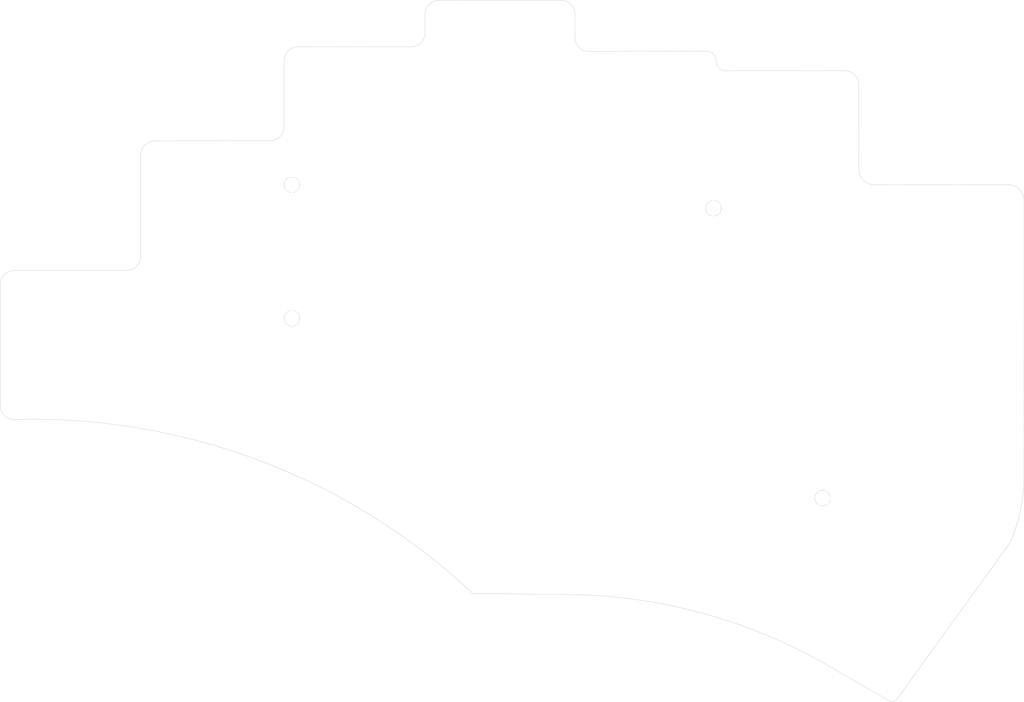
<source format=kicad_pcb>
(kicad_pcb (version 20221018) (generator pcbnew)
  (title_block (title "Altenswoop") (date "2023-08-10") (rev "0.6.1") (company "SuperFola") (comment 1 "https://github.com/SuperFola/arkenswoop"))
  (layers (0 "F.Cu" signal) (31 "B.Cu" signal) (34 "B.Paste" user) (35 "F.Paste" user) (36 "B.SilkS" user "B.Silkscreen") (37 "F.SilkS" user "F.Silkscreen") (38 "B.Mask" user) (39 "F.Mask" user) (44 "Edge.Cuts" user))
  (net 0 "")
  (footprint "arkenswoop:M2_2mm_hole" (layer "F.Cu") (at 134.53 86.74)
    (fp_text reference "H3" hide)
    (fp_text value "M2 Hole" hide)
    (pad "" thru_hole circle (at 0 0) (size 2 2) (drill 2) (layers "*.Cu" "*.Mask"))
  )
  (footprint "arkenswoop:M2_2mm_hole" (layer "F.Cu") (at 80.56 83.73)
    (fp_text reference "H1" hide)
    (fp_text value "M2 Hole" hide)
    (pad "" thru_hole circle (at 0 0) (size 2 2) (drill 2) (layers "*.Cu" "*.Mask"))
  )
  (footprint "arkenswoop:M2_2mm_hole" (layer "F.Cu") (at 80.56 100.83)
    (fp_text reference "H2" hide)
    (fp_text value "M2 Hole" hide)
    (pad "" thru_hole circle (at 0 0) (size 2 2) (drill 2) (layers "*.Cu" "*.Mask"))
  )
  (footprint "arkenswoop:M2_2mm_hole" (layer "F.Cu") (at 148.510701 123.849903)
    (fp_text reference "H4" hide)
    (fp_text value "M2 Hole" hide)
    (pad "" thru_hole circle (at 0 0) (size 2 2) (drill 2) (layers "*.Cu" "*.Mask"))
  )
  (gr_line (start 61.188834 79.86901) (end 61.183001 92.962834) (stroke (width 0.05)) (layer "Edge.Cuts"))
  (gr_line (start 153.15 81.749331) (end 153.145111 70.933883) (stroke (width 0.05)) (layer "Edge.Cuts"))
  (gr_line (start 174.29 85.74) (end 174.281568 121.466832) (stroke (width 0.05)) (layer "Edge.Cuts"))
  (gr_line (start 133.616117 66.633883) (end 118.540222 66.661837) (stroke (width 0.05)) (layer "Edge.Cuts"))
  (gr_line (start 116.795111 61.894135) (end 116.795111 64.867702) (stroke (width 0.05)) (layer "Edge.Cuts"))
  (gr_line (start 115.05 60.1) (end 99.389516 60.11343) (stroke (width 0.05)) (layer "Edge.Cuts"))
  (gr_arc (start 44.945484 113.794818) (mid 76.537742 119.100352) (end 103.711973 136.06445) (stroke (width 0.05)) (layer "Edge.Cuts"))
  (gr_arc (start 133.616117 66.633883) (mid 134.5 67) (end 134.866117 67.883883) (stroke (width 0.05)) (layer "Edge.Cuts"))
  (gr_arc (start 136.116117 69.133883) (mid 135.232234 68.767766) (end 134.866117 67.883883) (stroke (width 0.05)) (layer "Edge.Cuts"))
  (gr_line (start 79.547715 67.826168) (end 79.543548 76.357158) (stroke (width 0.05)) (layer "Edge.Cuts"))
  (gr_arc (start 44.945484 113.794817) (mid 43.708318 113.251816) (end 43.2 112) (stroke (width 0.05)) (layer "Edge.Cuts"))
  (gr_arc (start 97.595381 61.858541) (mid 98.138076 60.621651) (end 99.389516 60.11343) (stroke (width 0.05)) (layer "Edge.Cuts"))
  (gr_arc (start 43.2 96.453802) (mid 43.743001 95.216636) (end 44.994817 94.708318) (stroke (width 0.05)) (layer "Edge.Cuts"))
  (gr_line (start 115.235769 136.194832) (end 103.711973 136.06445) (stroke (width 0.05)) (layer "Edge.Cuts"))
  (gr_line (start 77.745029 78.114927) (end 62.983651 78.123526) (stroke (width 0.05)) (layer "Edge.Cuts"))
  (gr_line (start 44.994817 94.708318) (end 59.388184 94.708318) (stroke (width 0.05)) (layer "Edge.Cuts"))
  (gr_line (start 157.030886 149.825076) (end 149.229607 145.303912) (stroke (width 0.05)) (layer "Edge.Cuts"))
  (gr_arc (start 115.05 60.1) (mid 116.286898 60.642691) (end 116.795111 61.894135) (stroke (width 0.05)) (layer "Edge.Cuts"))
  (gr_arc (start 155.149984 83.749464) (mid 153.735753 83.163601) (end 153.15 81.749331) (stroke (width 0.05)) (layer "Edge.Cuts"))
  (gr_arc (start 151.4 69.139748) (mid 152.63689 69.682443) (end 153.145111 70.933883) (stroke (width 0.05)) (layer "Edge.Cuts"))
  (gr_line (start 43.2 96.453802) (end 43.2 112) (stroke (width 0.05)) (layer "Edge.Cuts"))
  (gr_arc (start 174.281567 121.466832) (mid 173.789865 125.619716) (end 172.48064 129.591384) (stroke (width 0.05)) (layer "Edge.Cuts"))
  (gr_line (start 151.4 69.139748) (end 136.116117 69.133883) (stroke (width 0.05)) (layer "Edge.Cuts"))
  (gr_arc (start 79.543548 76.357158) (mid 79.000006 77.600024) (end 77.745029 78.114927) (stroke (width 0.05)) (layer "Edge.Cuts"))
  (gr_arc (start 115.235769 136.194832) (mid 132.832334 138.511576) (end 149.229607 145.303912) (stroke (width 0.05)) (layer "Edge.Cuts"))
  (gr_arc (start 158.055405 149.550557) (mid 157.600001 149.900002) (end 157.030886 149.825076) (stroke (width 0.05)) (layer "Edge.Cuts"))
  (gr_arc (start 61.188834 79.86901) (mid 61.73183 78.631838) (end 62.983651 78.123526) (stroke (width 0.05)) (layer "Edge.Cuts"))
  (gr_arc (start 172.290016 83.739867) (mid 173.704245 84.325728) (end 174.29 85.74) (stroke (width 0.05)) (layer "Edge.Cuts"))
  (gr_arc (start 97.6 64.338143) (mid 97.057294 65.575) (end 95.805865 66.083254) (stroke (width 0.05)) (layer "Edge.Cuts"))
  (gr_line (start 97.595381 61.858541) (end 97.6 64.338143) (stroke (width 0.05)) (layer "Edge.Cuts"))
  (gr_line (start 158.055405 149.550557) (end 172.48064 129.591384) (stroke (width 0.05)) (layer "Edge.Cuts"))
  (gr_arc (start 118.540222 66.661837) (mid 117.303351 66.119136) (end 116.795111 64.867702) (stroke (width 0.05)) (layer "Edge.Cuts"))
  (gr_line (start 95.805865 66.083254) (end 81.352199 66.070992) (stroke (width 0.05)) (layer "Edge.Cuts"))
  (gr_line (start 155.149984 83.749464) (end 172.290016 83.739867) (stroke (width 0.05)) (layer "Edge.Cuts"))
  (gr_arc (start 61.183001 92.962834) (mid 60.64 94.2) (end 59.388184 94.708318) (stroke (width 0.05)) (layer "Edge.Cuts"))
  (gr_arc (start 79.547715 67.826168) (mid 80.093555 66.582164) (end 81.352199 66.070992) (stroke (width 0.05)) (layer "Edge.Cuts"))
)
</source>
